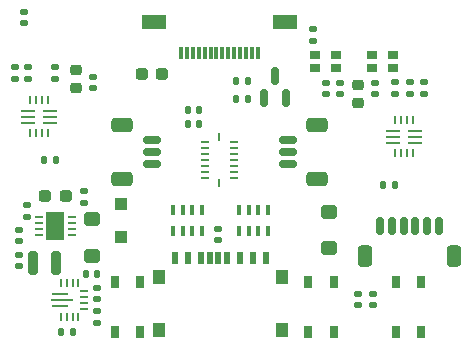
<source format=gbr>
%TF.GenerationSoftware,KiCad,Pcbnew,7.0.5*%
%TF.CreationDate,2023-06-28T21:22:15+09:00*%
%TF.ProjectId,robotrace_v2_main,726f626f-7472-4616-9365-5f76325f6d61,rev?*%
%TF.SameCoordinates,Original*%
%TF.FileFunction,Paste,Top*%
%TF.FilePolarity,Positive*%
%FSLAX46Y46*%
G04 Gerber Fmt 4.6, Leading zero omitted, Abs format (unit mm)*
G04 Created by KiCad (PCBNEW 7.0.5) date 2023-06-28 21:22:15*
%MOMM*%
%LPD*%
G01*
G04 APERTURE LIST*
G04 Aperture macros list*
%AMRoundRect*
0 Rectangle with rounded corners*
0 $1 Rounding radius*
0 $2 $3 $4 $5 $6 $7 $8 $9 X,Y pos of 4 corners*
0 Add a 4 corners polygon primitive as box body*
4,1,4,$2,$3,$4,$5,$6,$7,$8,$9,$2,$3,0*
0 Add four circle primitives for the rounded corners*
1,1,$1+$1,$2,$3*
1,1,$1+$1,$4,$5*
1,1,$1+$1,$6,$7*
1,1,$1+$1,$8,$9*
0 Add four rect primitives between the rounded corners*
20,1,$1+$1,$2,$3,$4,$5,0*
20,1,$1+$1,$4,$5,$6,$7,0*
20,1,$1+$1,$6,$7,$8,$9,0*
20,1,$1+$1,$8,$9,$2,$3,0*%
G04 Aperture macros list end*
%ADD10RoundRect,0.140000X0.170000X-0.140000X0.170000X0.140000X-0.170000X0.140000X-0.170000X-0.140000X0*%
%ADD11RoundRect,0.140000X0.140000X0.170000X-0.140000X0.170000X-0.140000X-0.170000X0.140000X-0.170000X0*%
%ADD12RoundRect,0.135000X0.185000X-0.135000X0.185000X0.135000X-0.185000X0.135000X-0.185000X-0.135000X0*%
%ADD13R,0.700000X1.050000*%
%ADD14RoundRect,0.225000X0.250000X-0.225000X0.250000X0.225000X-0.250000X0.225000X-0.250000X-0.225000X0*%
%ADD15RoundRect,0.135000X-0.185000X0.135000X-0.185000X-0.135000X0.185000X-0.135000X0.185000X0.135000X0*%
%ADD16RoundRect,0.250000X0.300000X-0.300000X0.300000X0.300000X-0.300000X0.300000X-0.300000X-0.300000X0*%
%ADD17R,0.800000X0.250000*%
%ADD18R,0.250000X0.800000*%
%ADD19RoundRect,0.237500X0.287500X0.237500X-0.287500X0.237500X-0.287500X-0.237500X0.287500X-0.237500X0*%
%ADD20RoundRect,0.135000X-0.135000X-0.185000X0.135000X-0.185000X0.135000X0.185000X-0.135000X0.185000X0*%
%ADD21R,1.300000X0.200000*%
%ADD22RoundRect,0.300000X-0.400000X0.300000X-0.400000X-0.300000X0.400000X-0.300000X0.400000X0.300000X0*%
%ADD23R,0.400000X0.900000*%
%ADD24RoundRect,0.140000X-0.170000X0.140000X-0.170000X-0.140000X0.170000X-0.140000X0.170000X0.140000X0*%
%ADD25RoundRect,0.135000X0.135000X0.185000X-0.135000X0.185000X-0.135000X-0.185000X0.135000X-0.185000X0*%
%ADD26R,0.665000X0.280000*%
%ADD27R,1.650000X2.450000*%
%ADD28RoundRect,0.200000X0.200000X0.800000X-0.200000X0.800000X-0.200000X-0.800000X0.200000X-0.800000X0*%
%ADD29R,0.900000X0.700000*%
%ADD30R,0.300000X1.000000*%
%ADD31R,2.000000X1.300000*%
%ADD32R,0.700000X0.250000*%
%ADD33R,0.250000X0.700000*%
%ADD34R,1.450000X0.250000*%
%ADD35R,1.850000X0.250000*%
%ADD36RoundRect,0.140000X-0.140000X-0.170000X0.140000X-0.170000X0.140000X0.170000X-0.140000X0.170000X0*%
%ADD37RoundRect,0.150000X0.150000X0.625000X-0.150000X0.625000X-0.150000X-0.625000X0.150000X-0.625000X0*%
%ADD38RoundRect,0.250000X0.350000X0.650000X-0.350000X0.650000X-0.350000X-0.650000X0.350000X-0.650000X0*%
%ADD39RoundRect,0.150000X0.625000X-0.150000X0.625000X0.150000X-0.625000X0.150000X-0.625000X-0.150000X0*%
%ADD40RoundRect,0.250000X0.650000X-0.350000X0.650000X0.350000X-0.650000X0.350000X-0.650000X-0.350000X0*%
%ADD41RoundRect,0.150000X-0.625000X0.150000X-0.625000X-0.150000X0.625000X-0.150000X0.625000X0.150000X0*%
%ADD42RoundRect,0.250000X-0.650000X0.350000X-0.650000X-0.350000X0.650000X-0.350000X0.650000X0.350000X0*%
%ADD43R,0.500000X1.080000*%
%ADD44R,1.050000X1.200000*%
%ADD45RoundRect,0.150000X0.150000X-0.587500X0.150000X0.587500X-0.150000X0.587500X-0.150000X-0.587500X0*%
G04 APERTURE END LIST*
D10*
%TO.C,C17*%
X152600000Y-89880000D03*
X152600000Y-88920000D03*
%TD*%
D11*
%TO.C,C33*%
X162380000Y-82000000D03*
X161420000Y-82000000D03*
%TD*%
D12*
%TO.C,R4*%
X147800000Y-91075000D03*
X147800000Y-90055000D03*
%TD*%
D13*
%TO.C,SW1*%
X157400000Y-96600000D03*
X157400000Y-100800000D03*
X155250000Y-96600000D03*
X155250000Y-100800000D03*
%TD*%
D14*
%TO.C,C28*%
X175800000Y-81475000D03*
X175800000Y-79925000D03*
%TD*%
D15*
%TO.C,R11*%
X179000000Y-79690000D03*
X179000000Y-80710000D03*
%TD*%
D16*
%TO.C,D4*%
X155800000Y-92800000D03*
X155800000Y-90000000D03*
%TD*%
D15*
%TO.C,R7*%
X180200000Y-79690000D03*
X180200000Y-80710000D03*
%TD*%
D17*
%TO.C,U8*%
X165299167Y-84774167D03*
X165299167Y-85274167D03*
X165299167Y-85774167D03*
X165299167Y-86274167D03*
X165299167Y-86774167D03*
X165299167Y-87274167D03*
X165299167Y-87774167D03*
D18*
X164099167Y-88187167D03*
D17*
X162899167Y-87774167D03*
X162899167Y-87274167D03*
X162899167Y-86774167D03*
X162899167Y-86274167D03*
X162899167Y-85774167D03*
X162899167Y-85274167D03*
X162899167Y-84774167D03*
D18*
X164099167Y-84357167D03*
%TD*%
D19*
%TO.C,D1*%
X151075000Y-89300000D03*
X149325000Y-89300000D03*
%TD*%
D20*
%TO.C,R2*%
X150690000Y-100800000D03*
X151710000Y-100800000D03*
%TD*%
D15*
%TO.C,R14*%
X146800000Y-78390000D03*
X146800000Y-79410000D03*
%TD*%
D10*
%TO.C,C18*%
X147100000Y-95280000D03*
X147100000Y-94320000D03*
%TD*%
D21*
%TO.C,U7*%
X149733042Y-83100000D03*
X149733043Y-82600000D03*
X149733043Y-82099874D03*
D18*
X149583231Y-81200000D03*
X149083105Y-81200000D03*
X148582979Y-81200000D03*
X148082853Y-81200000D03*
D21*
X147933041Y-82099874D03*
X147933041Y-82600000D03*
X147933041Y-83100126D03*
D18*
X148082853Y-84000000D03*
X148582979Y-84000000D03*
X149083105Y-84000000D03*
X149583231Y-84000000D03*
%TD*%
D14*
%TO.C,C29*%
X152000000Y-80175000D03*
X152000000Y-78625000D03*
%TD*%
D21*
%TO.C,U5*%
X178825249Y-83800000D03*
X178825248Y-84300000D03*
X178825248Y-84800126D03*
D18*
X178975060Y-85700000D03*
X179475186Y-85700000D03*
X179975312Y-85700000D03*
X180475438Y-85700000D03*
D21*
X180625250Y-84800126D03*
X180625250Y-84300000D03*
X180625250Y-83799874D03*
D18*
X180475438Y-82900000D03*
X179975312Y-82900000D03*
X179475186Y-82900000D03*
X178975060Y-82900000D03*
%TD*%
D11*
%TO.C,C32*%
X162380000Y-83200000D03*
X161420000Y-83200000D03*
%TD*%
D10*
%TO.C,C35*%
X173100000Y-80680000D03*
X173100000Y-79720000D03*
%TD*%
D22*
%TO.C,D7*%
X173400000Y-90650000D03*
X173400000Y-93750000D03*
%TD*%
%TO.C,D8*%
X153300000Y-91300000D03*
X153300000Y-94400000D03*
%TD*%
D23*
%TO.C,RN1*%
X160200000Y-92250000D03*
X161000000Y-92250000D03*
X161800000Y-92250000D03*
X162600000Y-92250000D03*
X162600000Y-90550000D03*
X161800000Y-90550000D03*
X161000000Y-90550000D03*
X160200000Y-90550000D03*
%TD*%
D24*
%TO.C,C24*%
X177100000Y-97620000D03*
X177100000Y-98580000D03*
%TD*%
D25*
%TO.C,R12*%
X150310000Y-86300000D03*
X149290000Y-86300000D03*
%TD*%
D15*
%TO.C,R10*%
X150200000Y-78380000D03*
X150200000Y-79400000D03*
%TD*%
D26*
%TO.C,U3*%
X148793000Y-91125000D03*
X148793000Y-91625000D03*
X148793000Y-92125000D03*
X148793000Y-92625000D03*
X151607000Y-92625000D03*
D27*
X150200000Y-91875000D03*
D26*
X151607000Y-92125000D03*
X151607000Y-91625000D03*
X151607000Y-91125000D03*
%TD*%
D12*
%TO.C,R3*%
X153700000Y-100110000D03*
X153700000Y-99090000D03*
%TD*%
D28*
%TO.C,L1*%
X150300000Y-95000000D03*
X148300000Y-95000000D03*
%TD*%
D10*
%TO.C,C30*%
X153400000Y-80180000D03*
X153400000Y-79220000D03*
%TD*%
D29*
%TO.C,D3*%
X178815000Y-78450000D03*
X178815000Y-77350000D03*
X176985000Y-77350000D03*
X176985000Y-78450000D03*
%TD*%
D19*
%TO.C,FB1*%
X159275000Y-79000000D03*
X157525000Y-79000000D03*
%TD*%
D13*
%TO.C,SW2*%
X171625000Y-100800000D03*
X171625000Y-96600000D03*
X173775000Y-100800000D03*
X173775000Y-96600000D03*
%TD*%
D30*
%TO.C,J4*%
X167349167Y-77250000D03*
X166849167Y-77250000D03*
X166349167Y-77250000D03*
X165849167Y-77250000D03*
X165349167Y-77250000D03*
X164849167Y-77250000D03*
X164349167Y-77250000D03*
X163849167Y-77250000D03*
X163349167Y-77250000D03*
X162849167Y-77250000D03*
X162349167Y-77250000D03*
X161849167Y-77250000D03*
X161349167Y-77250000D03*
X160849167Y-77250000D03*
D31*
X169649167Y-74550000D03*
X158549167Y-74550000D03*
%TD*%
D12*
%TO.C,R15*%
X147900000Y-79410000D03*
X147900000Y-78390000D03*
%TD*%
D24*
%TO.C,C21*%
X172000000Y-75220000D03*
X172000000Y-76180000D03*
%TD*%
D32*
%TO.C,U2*%
X152616000Y-98900000D03*
X152616000Y-98400000D03*
X152616000Y-97900000D03*
X152616000Y-97400000D03*
D33*
X152166000Y-96700000D03*
X151666000Y-96700000D03*
X150666000Y-96700000D03*
X151166000Y-96700000D03*
D34*
X150584000Y-97650000D03*
D35*
X150784000Y-98150000D03*
D34*
X150584000Y-98650000D03*
D33*
X150666000Y-99600000D03*
X151166000Y-99600000D03*
X151666000Y-99600000D03*
X152166000Y-99600000D03*
%TD*%
D12*
%TO.C,R8*%
X181400000Y-80710000D03*
X181400000Y-79690000D03*
%TD*%
D13*
%TO.C,SW3*%
X181175000Y-96600000D03*
X181175000Y-100800000D03*
X179025000Y-96600000D03*
X179025000Y-100800000D03*
%TD*%
D29*
%TO.C,D6*%
X174015000Y-78450000D03*
X174015000Y-77350000D03*
X172185000Y-77350000D03*
X172185000Y-78450000D03*
%TD*%
D24*
%TO.C,C20*%
X147600000Y-73720000D03*
X147600000Y-74680000D03*
%TD*%
%TO.C,C23*%
X175800000Y-97620000D03*
X175800000Y-98580000D03*
%TD*%
D36*
%TO.C,C13*%
X152820000Y-95900000D03*
X153780000Y-95900000D03*
%TD*%
D10*
%TO.C,C12*%
X153700000Y-98080000D03*
X153700000Y-97120000D03*
%TD*%
D24*
%TO.C,C19*%
X147100000Y-92195000D03*
X147100000Y-93155000D03*
%TD*%
D37*
%TO.C,J13*%
X182700000Y-91875000D03*
X181700000Y-91875000D03*
X180700000Y-91875000D03*
X179700000Y-91875000D03*
X178700000Y-91875000D03*
X177700000Y-91875000D03*
D38*
X184000000Y-94400000D03*
X176400000Y-94400000D03*
%TD*%
D39*
%TO.C,J10*%
X158400000Y-86600000D03*
X158400000Y-85600000D03*
X158400000Y-84600000D03*
D40*
X155875000Y-87900000D03*
X155875000Y-83300000D03*
%TD*%
D41*
%TO.C,J11*%
X169875000Y-84600000D03*
X169875000Y-85600000D03*
X169875000Y-86600000D03*
D42*
X172400000Y-83300000D03*
X172400000Y-87900000D03*
%TD*%
D23*
%TO.C,RN2*%
X165800000Y-92250000D03*
X166600000Y-92250000D03*
X167400000Y-92250000D03*
X168200000Y-92250000D03*
X168200000Y-90550000D03*
X167400000Y-90550000D03*
X166600000Y-90550000D03*
X165800000Y-90550000D03*
%TD*%
D20*
%TO.C,R18*%
X165490000Y-81100000D03*
X166510000Y-81100000D03*
%TD*%
%TO.C,R9*%
X177990000Y-88400000D03*
X179010000Y-88400000D03*
%TD*%
D24*
%TO.C,C22*%
X164000000Y-92120000D03*
X164000000Y-93080000D03*
%TD*%
D10*
%TO.C,C27*%
X177300000Y-80680000D03*
X177300000Y-79720000D03*
%TD*%
D43*
%TO.C,J9*%
X160350000Y-94577500D03*
X161450000Y-94577500D03*
X162550000Y-94577500D03*
X163300000Y-94577500D03*
X164750000Y-94577500D03*
X165850000Y-94577500D03*
X166950000Y-94577500D03*
X168050000Y-94577500D03*
D44*
X169425000Y-96217500D03*
X169425000Y-100667500D03*
X158975000Y-100667500D03*
X158975000Y-96217500D03*
D43*
X164000000Y-94577500D03*
%TD*%
D20*
%TO.C,R17*%
X165490000Y-79600000D03*
X166510000Y-79600000D03*
%TD*%
D10*
%TO.C,C34*%
X174300000Y-80680000D03*
X174300000Y-79720000D03*
%TD*%
D45*
%TO.C,Q1*%
X167850000Y-81037500D03*
X169750000Y-81037500D03*
X168800000Y-79162500D03*
%TD*%
M02*

</source>
